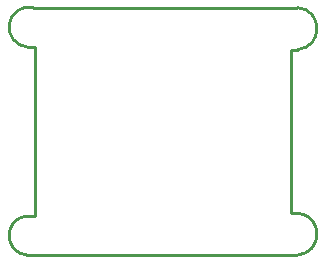
<source format=gko>
G04 Layer: BoardOutlineLayer*
G04 EasyEDA v6.5.42, 2024-05-25 08:47:02*
G04 c832b5f5d920414fa9447ed0a7611263,2865ae9118a24060a17af6d01c9bcc73,10*
G04 Gerber Generator version 0.2*
G04 Scale: 100 percent, Rotated: No, Reflected: No *
G04 Dimensions in millimeters *
G04 leading zeros omitted , absolute positions ,4 integer and 5 decimal *
%FSLAX45Y45*%
%MOMM*%

%ADD10C,0.2540*%
D10*
X-469900Y-2298700D02*
G01*
X1828800Y-2298700D01*
X1778000Y-558800D02*
G01*
X1778000Y-1942084D01*
X1830831Y-1943354D02*
G01*
X1778000Y-1942084D01*
X1830831Y-558545D02*
G01*
X1778000Y-560831D01*
X1828800Y-203200D02*
G01*
X-406400Y-203200D01*
X-394462Y-538226D02*
G01*
X-392937Y-1965705D01*
X-461010Y-1967484D02*
G01*
X-392937Y-1965705D01*
X-458470Y-537210D02*
G01*
X-394462Y-538226D01*
G75*
G01*
X-406400Y-203200D02*
G03*
X-458572Y-537152I-38104J-165098D01*
G75*
G01*
X-461119Y-1967385D02*
G03*
X-458371Y-2300067I16613J-166215D01*
G75*
G01*
X1830903Y-558635D02*
G03*
X1828800Y-203200I-14807J177636D01*
G75*
G01*
X1828800Y-2298700D02*
G03*
X1830903Y-1943265I-12704J177799D01*

%LPD*%
M02*

</source>
